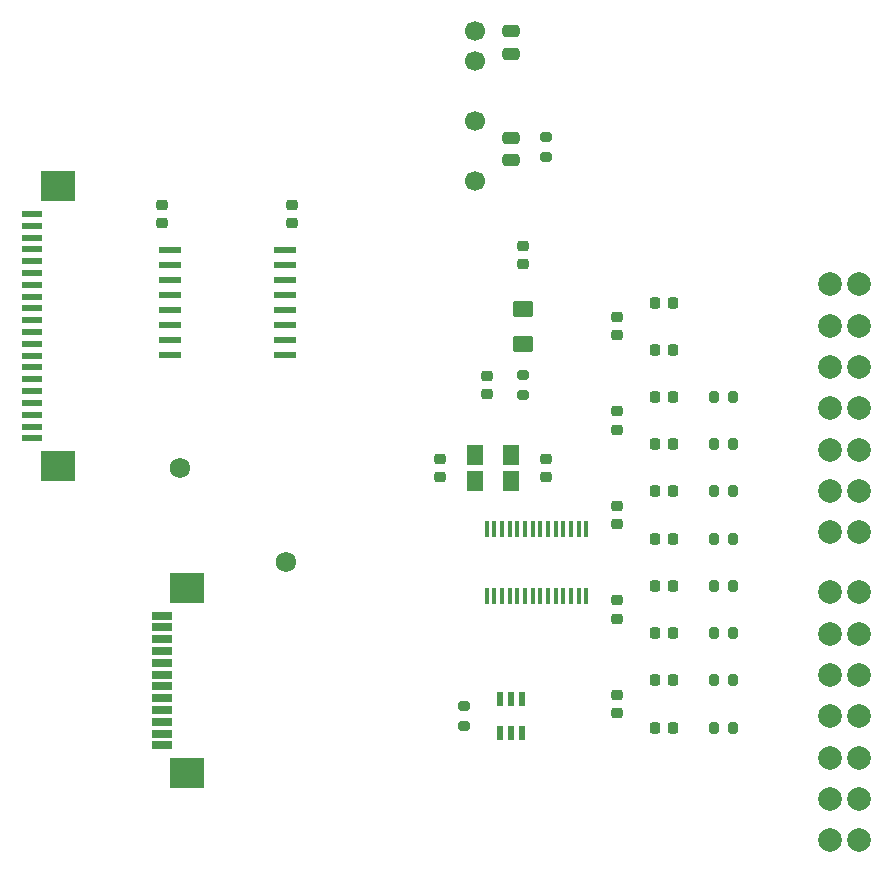
<source format=gbr>
%TF.GenerationSoftware,KiCad,Pcbnew,9.0.3*%
%TF.CreationDate,2025-07-19T18:36:15+03:00*%
%TF.ProjectId,PMCNV-AI4W,504d434e-562d-4414-9934-572e6b696361,rev?*%
%TF.SameCoordinates,Original*%
%TF.FileFunction,Soldermask,Top*%
%TF.FilePolarity,Negative*%
%FSLAX46Y46*%
G04 Gerber Fmt 4.6, Leading zero omitted, Abs format (unit mm)*
G04 Created by KiCad (PCBNEW 9.0.3) date 2025-07-19 18:36:15*
%MOMM*%
%LPD*%
G01*
G04 APERTURE LIST*
G04 Aperture macros list*
%AMRoundRect*
0 Rectangle with rounded corners*
0 $1 Rounding radius*
0 $2 $3 $4 $5 $6 $7 $8 $9 X,Y pos of 4 corners*
0 Add a 4 corners polygon primitive as box body*
4,1,4,$2,$3,$4,$5,$6,$7,$8,$9,$2,$3,0*
0 Add four circle primitives for the rounded corners*
1,1,$1+$1,$2,$3*
1,1,$1+$1,$4,$5*
1,1,$1+$1,$6,$7*
1,1,$1+$1,$8,$9*
0 Add four rect primitives between the rounded corners*
20,1,$1+$1,$2,$3,$4,$5,0*
20,1,$1+$1,$4,$5,$6,$7,0*
20,1,$1+$1,$6,$7,$8,$9,0*
20,1,$1+$1,$8,$9,$2,$3,0*%
G04 Aperture macros list end*
%ADD10RoundRect,0.200000X-0.200000X-0.275000X0.200000X-0.275000X0.200000X0.275000X-0.200000X0.275000X0*%
%ADD11RoundRect,0.225000X0.225000X0.250000X-0.225000X0.250000X-0.225000X-0.250000X0.225000X-0.250000X0*%
%ADD12RoundRect,0.225000X0.250000X-0.225000X0.250000X0.225000X-0.250000X0.225000X-0.250000X-0.225000X0*%
%ADD13C,2.000000*%
%ADD14C,1.725000*%
%ADD15RoundRect,0.200000X-0.275000X0.200000X-0.275000X-0.200000X0.275000X-0.200000X0.275000X0.200000X0*%
%ADD16RoundRect,0.200000X0.275000X-0.200000X0.275000X0.200000X-0.275000X0.200000X-0.275000X-0.200000X0*%
%ADD17RoundRect,0.250001X0.624999X-0.462499X0.624999X0.462499X-0.624999X0.462499X-0.624999X-0.462499X0*%
%ADD18R,1.803400X0.635000*%
%ADD19R,2.997200X2.590800*%
%ADD20R,1.397000X1.738275*%
%ADD21R,1.854200X0.482600*%
%ADD22RoundRect,0.250000X0.475000X-0.250000X0.475000X0.250000X-0.475000X0.250000X-0.475000X-0.250000X0*%
%ADD23R,1.800000X0.600000*%
%ADD24R,3.000000X2.600000*%
%ADD25R,0.558800X1.181100*%
%ADD26C,1.700000*%
%ADD27R,0.355600X1.473200*%
%ADD28RoundRect,0.250000X-0.475000X0.250000X-0.475000X-0.250000X0.475000X-0.250000X0.475000X0.250000X0*%
%ADD29RoundRect,0.225000X-0.250000X0.225000X-0.250000X-0.225000X0.250000X-0.225000X0.250000X0.225000X0*%
G04 APERTURE END LIST*
D10*
%TO.C,R5*%
X21175000Y6000000D03*
X22825000Y6000000D03*
%TD*%
%TO.C,R9*%
X21175000Y-10000000D03*
X22825000Y-10000000D03*
%TD*%
D11*
%TO.C,C20*%
X17775000Y14000000D03*
X16225000Y14000000D03*
%TD*%
%TO.C,C21*%
X17775000Y10000000D03*
X16225000Y10000000D03*
%TD*%
D12*
%TO.C,C9*%
X2000000Y14225000D03*
X2000000Y15775000D03*
%TD*%
%TO.C,C17*%
X13000000Y-12775000D03*
X13000000Y-11225000D03*
%TD*%
D13*
%TO.C,J3*%
X31000000Y2540000D03*
X31000000Y6040000D03*
X31000000Y9540000D03*
X31000000Y13040000D03*
X31000000Y16540000D03*
X31000000Y20040000D03*
X31000000Y23540000D03*
X33500000Y2540000D03*
X33500000Y6040000D03*
X33500000Y9540000D03*
X33500000Y13040000D03*
X33500000Y16540000D03*
X33500000Y20040000D03*
X33500000Y23540000D03*
%TD*%
D12*
%TO.C,C14*%
X13000000Y11225000D03*
X13000000Y12775000D03*
%TD*%
D11*
%TO.C,C19*%
X17775000Y18000000D03*
X16225000Y18000000D03*
%TD*%
D12*
%TO.C,C15*%
X13000000Y3225000D03*
X13000000Y4775000D03*
%TD*%
D11*
%TO.C,C18*%
X17775000Y22000000D03*
X16225000Y22000000D03*
%TD*%
D14*
%TO.C,U3*%
X-15000000Y0D03*
%TD*%
D15*
%TO.C,R2*%
X5000000Y15825000D03*
X5000000Y14175000D03*
%TD*%
D11*
%TO.C,C25*%
X17775000Y-6000000D03*
X16225000Y-6000000D03*
%TD*%
D14*
%TO.C,U2*%
X-24000000Y8000000D03*
%TD*%
D10*
%TO.C,R4*%
X21175000Y10000000D03*
X22825000Y10000000D03*
%TD*%
D11*
%TO.C,C23*%
X17775000Y2000000D03*
X16225000Y2000000D03*
%TD*%
D12*
%TO.C,C7*%
X-2000000Y7225000D03*
X-2000000Y8775000D03*
%TD*%
D16*
%TO.C,R18*%
X7000000Y34350000D03*
X7000000Y36000000D03*
%TD*%
D17*
%TO.C,L1*%
X5000000Y18512500D03*
X5000000Y21487500D03*
%TD*%
D13*
%TO.C,J4*%
X31000000Y-23540000D03*
X31000000Y-20040000D03*
X31000000Y-16540000D03*
X31000000Y-13040000D03*
X31000000Y-9540000D03*
X31000000Y-6040000D03*
X31000000Y-2540000D03*
X33500000Y-23540000D03*
X33500000Y-20040000D03*
X33500000Y-16540000D03*
X33500000Y-13040000D03*
X33500000Y-9540000D03*
X33500000Y-6040000D03*
X33500000Y-2540000D03*
%TD*%
D18*
%TO.C,J2*%
X-25556000Y-15499992D03*
X-25556000Y-14499994D03*
X-25556000Y-13499996D03*
X-25556000Y-12499998D03*
X-25556000Y-11500000D03*
X-25556000Y-10500000D03*
X-25556000Y-9500000D03*
X-25556000Y-8500000D03*
X-25556000Y-7500002D03*
X-25556000Y-6500004D03*
X-25556000Y-5500006D03*
X-25556000Y-4500008D03*
D19*
X-23385999Y-17850003D03*
X-23385999Y-2149997D03*
%TD*%
D16*
%TO.C,R1*%
X0Y-13825000D03*
X0Y-12175000D03*
%TD*%
D20*
%TO.C,C8*%
X1000000Y6913337D03*
X1000000Y9086663D03*
%TD*%
D11*
%TO.C,C24*%
X17775000Y-2000000D03*
X16225000Y-2000000D03*
%TD*%
D21*
%TO.C,U5*%
X-24876800Y26445000D03*
X-24876800Y25175000D03*
X-24876800Y23905000D03*
X-24876800Y22635000D03*
X-24876800Y21365000D03*
X-24876800Y20095000D03*
X-24876800Y18825000D03*
X-24876800Y17555000D03*
X-15123200Y17555000D03*
X-15123200Y18825000D03*
X-15123200Y20095000D03*
X-15123200Y21365000D03*
X-15123200Y22635000D03*
X-15123200Y23905000D03*
X-15123200Y25175000D03*
X-15123200Y26445000D03*
%TD*%
D12*
%TO.C,C16*%
X13000000Y-4775000D03*
X13000000Y-3225000D03*
%TD*%
D22*
%TO.C,C2*%
X4000000Y34050000D03*
X4000000Y35950000D03*
%TD*%
D23*
%TO.C,JM1*%
X-36546000Y10500000D03*
X-36546000Y11500000D03*
X-36546000Y12500000D03*
X-36546000Y13500000D03*
X-36546000Y14500000D03*
X-36546000Y15500000D03*
X-36546000Y16500000D03*
X-36546000Y17500000D03*
X-36546000Y18500000D03*
X-36546000Y19500000D03*
X-36546000Y20500000D03*
X-36546000Y21500000D03*
X-36546000Y22500000D03*
X-36546000Y23500000D03*
X-36546000Y24500000D03*
X-36546000Y25500000D03*
X-36546000Y26500000D03*
X-36546000Y27500000D03*
X-36546000Y28500000D03*
X-36546000Y29500000D03*
D24*
X-34375000Y8150000D03*
X-34375000Y31850000D03*
%TD*%
D25*
%TO.C,U6*%
X4950001Y-11533150D03*
X4000000Y-11533150D03*
X3049999Y-11533150D03*
X3049999Y-14466850D03*
X4000000Y-14466850D03*
X4950001Y-14466850D03*
%TD*%
D11*
%TO.C,C27*%
X17775000Y-14000000D03*
X16225000Y-14000000D03*
%TD*%
D12*
%TO.C,C11*%
X5000000Y25225000D03*
X5000000Y26775000D03*
%TD*%
D26*
%TO.C,PS1*%
X1000000Y45000000D03*
X1000000Y42460000D03*
X1000000Y37380000D03*
X1000000Y32300000D03*
%TD*%
D27*
%TO.C,U7*%
X1950000Y-2819400D03*
X2600001Y-2819400D03*
X3250000Y-2819400D03*
X3900001Y-2819400D03*
X4549999Y-2819400D03*
X5200001Y-2819400D03*
X5849999Y-2819400D03*
X6499998Y-2819400D03*
X7149999Y-2819400D03*
X7799998Y-2819400D03*
X8449999Y-2819400D03*
X9099998Y-2819400D03*
X9749999Y-2819400D03*
X10399998Y-2819400D03*
X10400000Y2819400D03*
X9749999Y2819400D03*
X9100000Y2819400D03*
X8449999Y2819400D03*
X7800001Y2819400D03*
X7149999Y2819400D03*
X6500001Y2819400D03*
X5849999Y2819400D03*
X5200001Y2819400D03*
X4549999Y2819400D03*
X3900001Y2819400D03*
X3250000Y2819400D03*
X2600001Y2819400D03*
X1950000Y2819400D03*
%TD*%
D28*
%TO.C,C1*%
X4000000Y44950000D03*
X4000000Y43050000D03*
%TD*%
D12*
%TO.C,C12*%
X7000000Y7225000D03*
X7000000Y8775000D03*
%TD*%
D10*
%TO.C,R7*%
X21175000Y-2000000D03*
X22825000Y-2000000D03*
%TD*%
D12*
%TO.C,C13*%
X13000000Y19225000D03*
X13000000Y20775000D03*
%TD*%
D11*
%TO.C,C26*%
X17775000Y-10000000D03*
X16225000Y-10000000D03*
%TD*%
D10*
%TO.C,R3*%
X21175000Y14000000D03*
X22825000Y14000000D03*
%TD*%
D11*
%TO.C,C22*%
X17775000Y6000000D03*
X16225000Y6000000D03*
%TD*%
D10*
%TO.C,R8*%
X21175000Y-6000000D03*
X22825000Y-6000000D03*
%TD*%
D20*
%TO.C,C10*%
X4000000Y6913337D03*
X4000000Y9086663D03*
%TD*%
D29*
%TO.C,C5*%
X-14500000Y30275000D03*
X-14500000Y28725000D03*
%TD*%
D12*
%TO.C,C3*%
X-25500000Y28725000D03*
X-25500000Y30275000D03*
%TD*%
D10*
%TO.C,R6*%
X21175000Y2000000D03*
X22825000Y2000000D03*
%TD*%
%TO.C,R10*%
X21175000Y-14000000D03*
X22825000Y-14000000D03*
%TD*%
M02*

</source>
